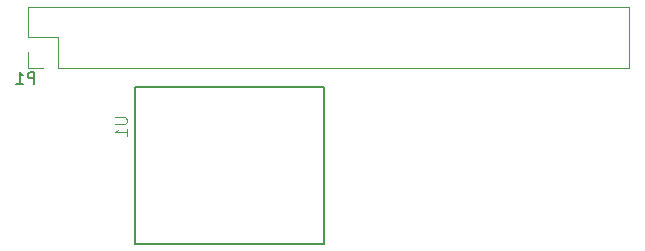
<source format=gbo>
G04 #@! TF.GenerationSoftware,KiCad,Pcbnew,5.1.10-88a1d61d58~88~ubuntu20.04.1*
G04 #@! TF.CreationDate,2021-06-08T22:25:17-06:00*
G04 #@! TF.ProjectId,raspberrypi-led-hat-2,72617370-6265-4727-9279-70692d6c6564,rev?*
G04 #@! TF.SameCoordinates,Original*
G04 #@! TF.FileFunction,Legend,Bot*
G04 #@! TF.FilePolarity,Positive*
%FSLAX46Y46*%
G04 Gerber Fmt 4.6, Leading zero omitted, Abs format (unit mm)*
G04 Created by KiCad (PCBNEW 5.1.10-88a1d61d58~88~ubuntu20.04.1) date 2021-06-08 22:25:17*
%MOMM*%
%LPD*%
G01*
G04 APERTURE LIST*
%ADD10C,0.127000*%
%ADD11C,0.120000*%
%ADD12C,0.015000*%
%ADD13C,0.150000*%
G04 APERTURE END LIST*
D10*
X216105000Y-101679000D02*
X216105000Y-115009000D01*
X232155000Y-101679000D02*
X216105000Y-101679000D01*
X232155000Y-115009000D02*
X232155000Y-101679000D01*
X216105000Y-115009000D02*
X232155000Y-115009000D01*
D11*
X207040000Y-94900000D02*
X207040000Y-97500000D01*
X207040000Y-94900000D02*
X257960000Y-94900000D01*
X257960000Y-94900000D02*
X257960000Y-100100000D01*
X209640000Y-100100000D02*
X257960000Y-100100000D01*
X209640000Y-97500000D02*
X209640000Y-100100000D01*
X207040000Y-97500000D02*
X209640000Y-97500000D01*
X207040000Y-100100000D02*
X208370000Y-100100000D01*
X207040000Y-98770000D02*
X207040000Y-100100000D01*
D12*
X214447380Y-104257095D02*
X215256904Y-104257095D01*
X215352142Y-104304714D01*
X215399761Y-104352333D01*
X215447380Y-104447571D01*
X215447380Y-104638047D01*
X215399761Y-104733285D01*
X215352142Y-104780904D01*
X215256904Y-104828523D01*
X214447380Y-104828523D01*
X215447380Y-105828523D02*
X215447380Y-105257095D01*
X215447380Y-105542809D02*
X214447380Y-105542809D01*
X214590238Y-105447571D01*
X214685476Y-105352333D01*
X214733095Y-105257095D01*
D13*
X207596095Y-101430380D02*
X207596095Y-100430380D01*
X207215142Y-100430380D01*
X207119904Y-100478000D01*
X207072285Y-100525619D01*
X207024666Y-100620857D01*
X207024666Y-100763714D01*
X207072285Y-100858952D01*
X207119904Y-100906571D01*
X207215142Y-100954190D01*
X207596095Y-100954190D01*
X206072285Y-101430380D02*
X206643714Y-101430380D01*
X206358000Y-101430380D02*
X206358000Y-100430380D01*
X206453238Y-100573238D01*
X206548476Y-100668476D01*
X206643714Y-100716095D01*
M02*

</source>
